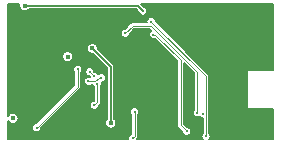
<source format=gbr>
G04 #@! TF.GenerationSoftware,KiCad,Pcbnew,(5.1.5-0-10_14)*
G04 #@! TF.CreationDate,2020-03-10T08:19:59-07:00*
G04 #@! TF.ProjectId,ARBO BT,4152424f-2042-4542-9e6b-696361645f70,rev?*
G04 #@! TF.SameCoordinates,Original*
G04 #@! TF.FileFunction,Copper,L3,Inr*
G04 #@! TF.FilePolarity,Positive*
%FSLAX46Y46*%
G04 Gerber Fmt 4.6, Leading zero omitted, Abs format (unit mm)*
G04 Created by KiCad (PCBNEW (5.1.5-0-10_14)) date 2020-03-10 08:19:59*
%MOMM*%
%LPD*%
G04 APERTURE LIST*
%ADD10C,0.279000*%
%ADD11C,0.450000*%
%ADD12C,0.127000*%
%ADD13C,0.076200*%
%ADD14C,0.200000*%
G04 APERTURE END LIST*
D10*
X139700000Y-81050000D03*
X132650000Y-72450000D03*
X130400000Y-72750000D03*
X127200000Y-73100000D03*
X124450000Y-81950000D03*
X140750000Y-73050000D03*
X139800000Y-74850000D03*
X139350000Y-76850000D03*
X141000000Y-79950000D03*
X138250000Y-79450000D03*
X138950000Y-81950000D03*
X130550000Y-80850000D03*
D11*
X127796669Y-78768509D03*
X130320000Y-75530000D03*
X131880002Y-81840000D03*
X123600000Y-81450000D03*
D10*
X134600000Y-72350000D03*
D11*
X124600028Y-71900000D03*
X128226983Y-76211120D03*
D10*
X135500000Y-74350000D03*
X138300000Y-82550000D03*
X139950000Y-82950000D03*
X135301055Y-73251055D03*
X133900000Y-80900000D03*
X133750000Y-83130000D03*
X131100002Y-78000000D03*
X130000000Y-78300000D03*
X130500000Y-77900000D03*
X130100000Y-77500000D03*
X130500000Y-80350000D03*
X130750000Y-78550000D03*
X129100000Y-77300010D03*
X125600000Y-82250000D03*
X133100000Y-74250000D03*
X139200000Y-80950000D03*
D12*
X131880002Y-77090002D02*
X131880002Y-81521802D01*
X130320000Y-75530000D02*
X131880002Y-77090002D01*
X131880002Y-81521802D02*
X131880002Y-81840000D01*
X124610028Y-71910000D02*
X124600028Y-71900000D01*
X134160000Y-71910000D02*
X124610028Y-71910000D01*
X134600000Y-72350000D02*
X134160000Y-71910000D01*
D13*
X137800000Y-82050000D02*
X138300000Y-82550000D01*
X137800000Y-76510000D02*
X137800000Y-82050000D01*
X135640000Y-74350000D02*
X137800000Y-76510000D01*
X135500000Y-74350000D02*
X135640000Y-74350000D01*
X139950000Y-82950000D02*
X139950000Y-77900000D01*
X139950000Y-77900000D02*
X135301055Y-73251055D01*
X133900000Y-82980000D02*
X133750000Y-83130000D01*
X133900000Y-80900000D02*
X133900000Y-82980000D01*
X130550000Y-78300000D02*
X130000000Y-78300000D01*
X130850000Y-78000000D02*
X130550000Y-78300000D01*
X131100002Y-78000000D02*
X130850000Y-78000000D01*
X130500000Y-77900000D02*
X130100000Y-77500000D01*
X130750000Y-80100000D02*
X130500000Y-80350000D01*
X130750000Y-78550000D02*
X130750000Y-80100000D01*
X129100000Y-77300010D02*
X129100000Y-78750000D01*
X129100000Y-78750000D02*
X125600000Y-82250000D01*
X139200000Y-77500000D02*
X139200000Y-80950000D01*
X135300000Y-73600000D02*
X139200000Y-77500000D01*
X133750000Y-73600000D02*
X135300000Y-73600000D01*
X133100000Y-74250000D02*
X133750000Y-73600000D01*
D14*
G36*
X124125028Y-71853217D02*
G01*
X124125028Y-71946783D01*
X124143282Y-72038552D01*
X124179089Y-72124997D01*
X124231072Y-72202795D01*
X124297233Y-72268956D01*
X124375031Y-72320939D01*
X124461476Y-72356746D01*
X124553245Y-72375000D01*
X124646811Y-72375000D01*
X124738580Y-72356746D01*
X124825025Y-72320939D01*
X124902823Y-72268956D01*
X124948279Y-72223500D01*
X134030145Y-72223500D01*
X134214347Y-72407703D01*
X134225468Y-72463613D01*
X134254829Y-72534498D01*
X134297455Y-72598292D01*
X134351708Y-72652545D01*
X134415502Y-72695171D01*
X134486387Y-72724532D01*
X134561638Y-72739500D01*
X134638362Y-72739500D01*
X134713613Y-72724532D01*
X134784498Y-72695171D01*
X134848292Y-72652545D01*
X134902545Y-72598292D01*
X134945171Y-72534498D01*
X134974532Y-72463613D01*
X134989500Y-72388362D01*
X134989500Y-72311638D01*
X134974532Y-72236387D01*
X134945171Y-72165502D01*
X134902545Y-72101708D01*
X134848292Y-72047455D01*
X134784498Y-72004829D01*
X134713613Y-71975468D01*
X134657703Y-71964347D01*
X134468355Y-71775000D01*
X145625001Y-71775000D01*
X145625001Y-77350000D01*
X143500000Y-77350000D01*
X143480491Y-77351921D01*
X143461732Y-77357612D01*
X143444443Y-77366853D01*
X143429289Y-77379289D01*
X143416853Y-77394443D01*
X143407612Y-77411732D01*
X143401921Y-77430491D01*
X143400000Y-77450000D01*
X143400000Y-80550000D01*
X143401921Y-80569509D01*
X143407612Y-80588268D01*
X143416853Y-80605557D01*
X143429289Y-80620711D01*
X143444443Y-80633147D01*
X143461732Y-80642388D01*
X143480491Y-80648079D01*
X143500000Y-80650000D01*
X145625000Y-80650000D01*
X145625000Y-83225000D01*
X140225837Y-83225000D01*
X140252545Y-83198292D01*
X140295171Y-83134498D01*
X140324532Y-83063613D01*
X140339500Y-82988362D01*
X140339500Y-82911638D01*
X140324532Y-82836387D01*
X140295171Y-82765502D01*
X140252545Y-82701708D01*
X140238100Y-82687263D01*
X140238100Y-77914134D01*
X140239492Y-77899999D01*
X140238100Y-77885865D01*
X140238100Y-77885858D01*
X140233930Y-77843523D01*
X140232609Y-77839166D01*
X140221500Y-77802545D01*
X140217457Y-77789216D01*
X140190705Y-77739166D01*
X140169819Y-77713717D01*
X140163717Y-77706282D01*
X140163715Y-77706280D01*
X140154702Y-77695298D01*
X140143720Y-77686285D01*
X135690555Y-73233121D01*
X135690555Y-73212693D01*
X135675587Y-73137442D01*
X135646226Y-73066557D01*
X135603600Y-73002763D01*
X135549347Y-72948510D01*
X135485553Y-72905884D01*
X135414668Y-72876523D01*
X135339417Y-72861555D01*
X135262693Y-72861555D01*
X135187442Y-72876523D01*
X135116557Y-72905884D01*
X135052763Y-72948510D01*
X134998510Y-73002763D01*
X134955884Y-73066557D01*
X134926523Y-73137442D01*
X134911555Y-73212693D01*
X134911555Y-73289417D01*
X134916027Y-73311900D01*
X133764137Y-73311900D01*
X133750000Y-73310508D01*
X133735863Y-73311900D01*
X133735858Y-73311900D01*
X133723259Y-73313141D01*
X133693522Y-73316069D01*
X133658132Y-73326805D01*
X133639216Y-73332543D01*
X133589166Y-73359295D01*
X133545298Y-73395298D01*
X133536285Y-73406281D01*
X133082066Y-73860500D01*
X133061638Y-73860500D01*
X132986387Y-73875468D01*
X132915502Y-73904829D01*
X132851708Y-73947455D01*
X132797455Y-74001708D01*
X132754829Y-74065502D01*
X132725468Y-74136387D01*
X132710500Y-74211638D01*
X132710500Y-74288362D01*
X132725468Y-74363613D01*
X132754829Y-74434498D01*
X132797455Y-74498292D01*
X132851708Y-74552545D01*
X132915502Y-74595171D01*
X132986387Y-74624532D01*
X133061638Y-74639500D01*
X133138362Y-74639500D01*
X133213613Y-74624532D01*
X133284498Y-74595171D01*
X133348292Y-74552545D01*
X133402545Y-74498292D01*
X133445171Y-74434498D01*
X133474532Y-74363613D01*
X133489500Y-74288362D01*
X133489500Y-74267934D01*
X133869335Y-73888100D01*
X135180666Y-73888100D01*
X135304648Y-74012082D01*
X135251708Y-74047455D01*
X135197455Y-74101708D01*
X135154829Y-74165502D01*
X135125468Y-74236387D01*
X135110500Y-74311638D01*
X135110500Y-74388362D01*
X135125468Y-74463613D01*
X135154829Y-74534498D01*
X135197455Y-74598292D01*
X135251708Y-74652545D01*
X135315502Y-74695171D01*
X135386387Y-74724532D01*
X135461638Y-74739500D01*
X135538362Y-74739500D01*
X135608179Y-74725613D01*
X137511900Y-76629335D01*
X137511901Y-82035855D01*
X137510508Y-82050000D01*
X137516070Y-82106477D01*
X137527087Y-82142795D01*
X137532544Y-82160784D01*
X137559296Y-82210834D01*
X137595299Y-82254702D01*
X137606281Y-82263715D01*
X137910500Y-82567935D01*
X137910500Y-82588362D01*
X137925468Y-82663613D01*
X137954829Y-82734498D01*
X137997455Y-82798292D01*
X138051708Y-82852545D01*
X138115502Y-82895171D01*
X138186387Y-82924532D01*
X138261638Y-82939500D01*
X138338362Y-82939500D01*
X138413613Y-82924532D01*
X138484498Y-82895171D01*
X138548292Y-82852545D01*
X138602545Y-82798292D01*
X138645171Y-82734498D01*
X138674532Y-82663613D01*
X138689500Y-82588362D01*
X138689500Y-82511638D01*
X138674532Y-82436387D01*
X138645171Y-82365502D01*
X138602545Y-82301708D01*
X138548292Y-82247455D01*
X138484498Y-82204829D01*
X138413613Y-82175468D01*
X138338362Y-82160500D01*
X138317935Y-82160500D01*
X138088100Y-81930666D01*
X138088100Y-76795535D01*
X138911900Y-77619335D01*
X138911901Y-80687262D01*
X138897455Y-80701708D01*
X138854829Y-80765502D01*
X138825468Y-80836387D01*
X138810500Y-80911638D01*
X138810500Y-80988362D01*
X138825468Y-81063613D01*
X138854829Y-81134498D01*
X138897455Y-81198292D01*
X138951708Y-81252545D01*
X139015502Y-81295171D01*
X139086387Y-81324532D01*
X139161638Y-81339500D01*
X139238362Y-81339500D01*
X139313613Y-81324532D01*
X139384498Y-81295171D01*
X139392014Y-81290149D01*
X139397455Y-81298292D01*
X139451708Y-81352545D01*
X139515502Y-81395171D01*
X139586387Y-81424532D01*
X139661638Y-81439500D01*
X139661900Y-81439500D01*
X139661900Y-82687263D01*
X139647455Y-82701708D01*
X139604829Y-82765502D01*
X139575468Y-82836387D01*
X139560500Y-82911638D01*
X139560500Y-82988362D01*
X139575468Y-83063613D01*
X139604829Y-83134498D01*
X139647455Y-83198292D01*
X139674163Y-83225000D01*
X134128234Y-83225000D01*
X134139500Y-83168362D01*
X134139500Y-83142302D01*
X134140705Y-83140834D01*
X134167457Y-83090784D01*
X134183930Y-83036477D01*
X134188100Y-82994142D01*
X134188100Y-82994135D01*
X134189492Y-82980001D01*
X134188100Y-82965866D01*
X134188100Y-81162737D01*
X134202545Y-81148292D01*
X134245171Y-81084498D01*
X134274532Y-81013613D01*
X134289500Y-80938362D01*
X134289500Y-80861638D01*
X134274532Y-80786387D01*
X134245171Y-80715502D01*
X134202545Y-80651708D01*
X134148292Y-80597455D01*
X134084498Y-80554829D01*
X134013613Y-80525468D01*
X133938362Y-80510500D01*
X133861638Y-80510500D01*
X133786387Y-80525468D01*
X133715502Y-80554829D01*
X133651708Y-80597455D01*
X133597455Y-80651708D01*
X133554829Y-80715502D01*
X133525468Y-80786387D01*
X133510500Y-80861638D01*
X133510500Y-80938362D01*
X133525468Y-81013613D01*
X133554829Y-81084498D01*
X133597455Y-81148292D01*
X133611900Y-81162737D01*
X133611901Y-82765610D01*
X133565502Y-82784829D01*
X133501708Y-82827455D01*
X133447455Y-82881708D01*
X133404829Y-82945502D01*
X133375468Y-83016387D01*
X133360500Y-83091638D01*
X133360500Y-83168362D01*
X133371766Y-83225000D01*
X123175000Y-83225000D01*
X123175000Y-82211638D01*
X125210500Y-82211638D01*
X125210500Y-82288362D01*
X125225468Y-82363613D01*
X125254829Y-82434498D01*
X125297455Y-82498292D01*
X125351708Y-82552545D01*
X125415502Y-82595171D01*
X125486387Y-82624532D01*
X125561638Y-82639500D01*
X125638362Y-82639500D01*
X125713613Y-82624532D01*
X125784498Y-82595171D01*
X125848292Y-82552545D01*
X125902545Y-82498292D01*
X125945171Y-82434498D01*
X125974532Y-82363613D01*
X125989500Y-82288362D01*
X125989500Y-82267934D01*
X129293720Y-78963715D01*
X129304702Y-78954702D01*
X129340705Y-78910834D01*
X129367457Y-78860784D01*
X129383930Y-78806477D01*
X129388100Y-78764142D01*
X129388100Y-78764135D01*
X129389492Y-78750001D01*
X129388100Y-78735867D01*
X129388100Y-78261638D01*
X129610500Y-78261638D01*
X129610500Y-78338362D01*
X129625468Y-78413613D01*
X129654829Y-78484498D01*
X129697455Y-78548292D01*
X129751708Y-78602545D01*
X129815502Y-78645171D01*
X129886387Y-78674532D01*
X129961638Y-78689500D01*
X130038362Y-78689500D01*
X130113613Y-78674532D01*
X130184498Y-78645171D01*
X130248292Y-78602545D01*
X130262737Y-78588100D01*
X130360500Y-78588100D01*
X130360500Y-78588362D01*
X130375468Y-78663613D01*
X130404829Y-78734498D01*
X130447455Y-78798292D01*
X130461900Y-78812737D01*
X130461901Y-79960500D01*
X130461638Y-79960500D01*
X130386387Y-79975468D01*
X130315502Y-80004829D01*
X130251708Y-80047455D01*
X130197455Y-80101708D01*
X130154829Y-80165502D01*
X130125468Y-80236387D01*
X130110500Y-80311638D01*
X130110500Y-80388362D01*
X130125468Y-80463613D01*
X130154829Y-80534498D01*
X130197455Y-80598292D01*
X130251708Y-80652545D01*
X130315502Y-80695171D01*
X130386387Y-80724532D01*
X130461638Y-80739500D01*
X130538362Y-80739500D01*
X130613613Y-80724532D01*
X130684498Y-80695171D01*
X130748292Y-80652545D01*
X130802545Y-80598292D01*
X130845171Y-80534498D01*
X130874532Y-80463613D01*
X130889500Y-80388362D01*
X130889500Y-80367935D01*
X130943719Y-80313716D01*
X130954702Y-80304702D01*
X130990705Y-80260834D01*
X131017457Y-80210784D01*
X131028933Y-80172951D01*
X131033930Y-80156478D01*
X131034485Y-80150847D01*
X131038100Y-80114142D01*
X131038100Y-80114135D01*
X131039492Y-80100001D01*
X131038100Y-80085866D01*
X131038100Y-78812737D01*
X131052545Y-78798292D01*
X131095171Y-78734498D01*
X131124532Y-78663613D01*
X131139500Y-78588362D01*
X131139500Y-78511638D01*
X131124532Y-78436387D01*
X131105111Y-78389500D01*
X131138364Y-78389500D01*
X131213615Y-78374532D01*
X131284500Y-78345171D01*
X131348294Y-78302545D01*
X131402547Y-78248292D01*
X131445173Y-78184498D01*
X131474534Y-78113613D01*
X131489502Y-78038362D01*
X131489502Y-77961638D01*
X131474534Y-77886387D01*
X131445173Y-77815502D01*
X131402547Y-77751708D01*
X131348294Y-77697455D01*
X131284500Y-77654829D01*
X131213615Y-77625468D01*
X131138364Y-77610500D01*
X131061640Y-77610500D01*
X130986389Y-77625468D01*
X130915504Y-77654829D01*
X130851710Y-77697455D01*
X130840562Y-77708603D01*
X130802545Y-77651708D01*
X130748292Y-77597455D01*
X130684498Y-77554829D01*
X130613613Y-77525468D01*
X130538362Y-77510500D01*
X130517935Y-77510500D01*
X130489500Y-77482066D01*
X130489500Y-77461638D01*
X130474532Y-77386387D01*
X130445171Y-77315502D01*
X130402545Y-77251708D01*
X130348292Y-77197455D01*
X130284498Y-77154829D01*
X130213613Y-77125468D01*
X130138362Y-77110500D01*
X130061638Y-77110500D01*
X129986387Y-77125468D01*
X129915502Y-77154829D01*
X129851708Y-77197455D01*
X129797455Y-77251708D01*
X129754829Y-77315502D01*
X129725468Y-77386387D01*
X129710500Y-77461638D01*
X129710500Y-77538362D01*
X129725468Y-77613613D01*
X129754829Y-77684498D01*
X129797455Y-77748292D01*
X129851708Y-77802545D01*
X129915502Y-77845171D01*
X129986387Y-77874532D01*
X130061638Y-77889500D01*
X130082066Y-77889500D01*
X130110500Y-77917935D01*
X130110500Y-77924849D01*
X130038362Y-77910500D01*
X129961638Y-77910500D01*
X129886387Y-77925468D01*
X129815502Y-77954829D01*
X129751708Y-77997455D01*
X129697455Y-78051708D01*
X129654829Y-78115502D01*
X129625468Y-78186387D01*
X129610500Y-78261638D01*
X129388100Y-78261638D01*
X129388100Y-77562747D01*
X129402545Y-77548302D01*
X129445171Y-77484508D01*
X129474532Y-77413623D01*
X129489500Y-77338372D01*
X129489500Y-77261648D01*
X129474532Y-77186397D01*
X129445171Y-77115512D01*
X129402545Y-77051718D01*
X129348292Y-76997465D01*
X129284498Y-76954839D01*
X129213613Y-76925478D01*
X129138362Y-76910510D01*
X129061638Y-76910510D01*
X128986387Y-76925478D01*
X128915502Y-76954839D01*
X128851708Y-76997465D01*
X128797455Y-77051718D01*
X128754829Y-77115512D01*
X128725468Y-77186397D01*
X128710500Y-77261648D01*
X128710500Y-77338372D01*
X128725468Y-77413623D01*
X128754829Y-77484508D01*
X128797455Y-77548302D01*
X128811900Y-77562747D01*
X128811901Y-78630664D01*
X125582066Y-81860500D01*
X125561638Y-81860500D01*
X125486387Y-81875468D01*
X125415502Y-81904829D01*
X125351708Y-81947455D01*
X125297455Y-82001708D01*
X125254829Y-82065502D01*
X125225468Y-82136387D01*
X125210500Y-82211638D01*
X123175000Y-82211638D01*
X123175000Y-81665193D01*
X123179061Y-81674997D01*
X123231044Y-81752795D01*
X123297205Y-81818956D01*
X123375003Y-81870939D01*
X123461448Y-81906746D01*
X123553217Y-81925000D01*
X123646783Y-81925000D01*
X123738552Y-81906746D01*
X123824997Y-81870939D01*
X123902795Y-81818956D01*
X123968956Y-81752795D01*
X124020939Y-81674997D01*
X124056746Y-81588552D01*
X124075000Y-81496783D01*
X124075000Y-81403217D01*
X124056746Y-81311448D01*
X124020939Y-81225003D01*
X123968956Y-81147205D01*
X123902795Y-81081044D01*
X123824997Y-81029061D01*
X123738552Y-80993254D01*
X123646783Y-80975000D01*
X123553217Y-80975000D01*
X123461448Y-80993254D01*
X123375003Y-81029061D01*
X123297205Y-81081044D01*
X123231044Y-81147205D01*
X123179061Y-81225003D01*
X123175000Y-81234807D01*
X123175000Y-76164337D01*
X127751983Y-76164337D01*
X127751983Y-76257903D01*
X127770237Y-76349672D01*
X127806044Y-76436117D01*
X127858027Y-76513915D01*
X127924188Y-76580076D01*
X128001986Y-76632059D01*
X128088431Y-76667866D01*
X128180200Y-76686120D01*
X128273766Y-76686120D01*
X128365535Y-76667866D01*
X128451980Y-76632059D01*
X128529778Y-76580076D01*
X128595939Y-76513915D01*
X128647922Y-76436117D01*
X128683729Y-76349672D01*
X128701983Y-76257903D01*
X128701983Y-76164337D01*
X128683729Y-76072568D01*
X128647922Y-75986123D01*
X128595939Y-75908325D01*
X128529778Y-75842164D01*
X128451980Y-75790181D01*
X128365535Y-75754374D01*
X128273766Y-75736120D01*
X128180200Y-75736120D01*
X128088431Y-75754374D01*
X128001986Y-75790181D01*
X127924188Y-75842164D01*
X127858027Y-75908325D01*
X127806044Y-75986123D01*
X127770237Y-76072568D01*
X127751983Y-76164337D01*
X123175000Y-76164337D01*
X123175000Y-75483217D01*
X129845000Y-75483217D01*
X129845000Y-75576783D01*
X129863254Y-75668552D01*
X129899061Y-75754997D01*
X129951044Y-75832795D01*
X130017205Y-75898956D01*
X130095003Y-75950939D01*
X130181448Y-75986746D01*
X130273217Y-76005000D01*
X130351645Y-76005000D01*
X131566502Y-77219858D01*
X131566503Y-81481748D01*
X131511046Y-81537205D01*
X131459063Y-81615003D01*
X131423256Y-81701448D01*
X131405002Y-81793217D01*
X131405002Y-81886783D01*
X131423256Y-81978552D01*
X131459063Y-82064997D01*
X131511046Y-82142795D01*
X131577207Y-82208956D01*
X131655005Y-82260939D01*
X131741450Y-82296746D01*
X131833219Y-82315000D01*
X131926785Y-82315000D01*
X132018554Y-82296746D01*
X132104999Y-82260939D01*
X132182797Y-82208956D01*
X132248958Y-82142795D01*
X132300941Y-82064997D01*
X132336748Y-81978552D01*
X132355002Y-81886783D01*
X132355002Y-81793217D01*
X132336748Y-81701448D01*
X132300941Y-81615003D01*
X132248958Y-81537205D01*
X132193502Y-81481749D01*
X132193502Y-77105394D01*
X132195018Y-77090002D01*
X132188965Y-77028545D01*
X132171039Y-76969452D01*
X132171039Y-76969451D01*
X132141928Y-76914988D01*
X132102752Y-76867252D01*
X132090797Y-76857441D01*
X130795000Y-75561645D01*
X130795000Y-75483217D01*
X130776746Y-75391448D01*
X130740939Y-75305003D01*
X130688956Y-75227205D01*
X130622795Y-75161044D01*
X130544997Y-75109061D01*
X130458552Y-75073254D01*
X130366783Y-75055000D01*
X130273217Y-75055000D01*
X130181448Y-75073254D01*
X130095003Y-75109061D01*
X130017205Y-75161044D01*
X129951044Y-75227205D01*
X129899061Y-75305003D01*
X129863254Y-75391448D01*
X129845000Y-75483217D01*
X123175000Y-75483217D01*
X123175000Y-71775000D01*
X124140586Y-71775000D01*
X124125028Y-71853217D01*
G37*
X124125028Y-71853217D02*
X124125028Y-71946783D01*
X124143282Y-72038552D01*
X124179089Y-72124997D01*
X124231072Y-72202795D01*
X124297233Y-72268956D01*
X124375031Y-72320939D01*
X124461476Y-72356746D01*
X124553245Y-72375000D01*
X124646811Y-72375000D01*
X124738580Y-72356746D01*
X124825025Y-72320939D01*
X124902823Y-72268956D01*
X124948279Y-72223500D01*
X134030145Y-72223500D01*
X134214347Y-72407703D01*
X134225468Y-72463613D01*
X134254829Y-72534498D01*
X134297455Y-72598292D01*
X134351708Y-72652545D01*
X134415502Y-72695171D01*
X134486387Y-72724532D01*
X134561638Y-72739500D01*
X134638362Y-72739500D01*
X134713613Y-72724532D01*
X134784498Y-72695171D01*
X134848292Y-72652545D01*
X134902545Y-72598292D01*
X134945171Y-72534498D01*
X134974532Y-72463613D01*
X134989500Y-72388362D01*
X134989500Y-72311638D01*
X134974532Y-72236387D01*
X134945171Y-72165502D01*
X134902545Y-72101708D01*
X134848292Y-72047455D01*
X134784498Y-72004829D01*
X134713613Y-71975468D01*
X134657703Y-71964347D01*
X134468355Y-71775000D01*
X145625001Y-71775000D01*
X145625001Y-77350000D01*
X143500000Y-77350000D01*
X143480491Y-77351921D01*
X143461732Y-77357612D01*
X143444443Y-77366853D01*
X143429289Y-77379289D01*
X143416853Y-77394443D01*
X143407612Y-77411732D01*
X143401921Y-77430491D01*
X143400000Y-77450000D01*
X143400000Y-80550000D01*
X143401921Y-80569509D01*
X143407612Y-80588268D01*
X143416853Y-80605557D01*
X143429289Y-80620711D01*
X143444443Y-80633147D01*
X143461732Y-80642388D01*
X143480491Y-80648079D01*
X143500000Y-80650000D01*
X145625000Y-80650000D01*
X145625000Y-83225000D01*
X140225837Y-83225000D01*
X140252545Y-83198292D01*
X140295171Y-83134498D01*
X140324532Y-83063613D01*
X140339500Y-82988362D01*
X140339500Y-82911638D01*
X140324532Y-82836387D01*
X140295171Y-82765502D01*
X140252545Y-82701708D01*
X140238100Y-82687263D01*
X140238100Y-77914134D01*
X140239492Y-77899999D01*
X140238100Y-77885865D01*
X140238100Y-77885858D01*
X140233930Y-77843523D01*
X140232609Y-77839166D01*
X140221500Y-77802545D01*
X140217457Y-77789216D01*
X140190705Y-77739166D01*
X140169819Y-77713717D01*
X140163717Y-77706282D01*
X140163715Y-77706280D01*
X140154702Y-77695298D01*
X140143720Y-77686285D01*
X135690555Y-73233121D01*
X135690555Y-73212693D01*
X135675587Y-73137442D01*
X135646226Y-73066557D01*
X135603600Y-73002763D01*
X135549347Y-72948510D01*
X135485553Y-72905884D01*
X135414668Y-72876523D01*
X135339417Y-72861555D01*
X135262693Y-72861555D01*
X135187442Y-72876523D01*
X135116557Y-72905884D01*
X135052763Y-72948510D01*
X134998510Y-73002763D01*
X134955884Y-73066557D01*
X134926523Y-73137442D01*
X134911555Y-73212693D01*
X134911555Y-73289417D01*
X134916027Y-73311900D01*
X133764137Y-73311900D01*
X133750000Y-73310508D01*
X133735863Y-73311900D01*
X133735858Y-73311900D01*
X133723259Y-73313141D01*
X133693522Y-73316069D01*
X133658132Y-73326805D01*
X133639216Y-73332543D01*
X133589166Y-73359295D01*
X133545298Y-73395298D01*
X133536285Y-73406281D01*
X133082066Y-73860500D01*
X133061638Y-73860500D01*
X132986387Y-73875468D01*
X132915502Y-73904829D01*
X132851708Y-73947455D01*
X132797455Y-74001708D01*
X132754829Y-74065502D01*
X132725468Y-74136387D01*
X132710500Y-74211638D01*
X132710500Y-74288362D01*
X132725468Y-74363613D01*
X132754829Y-74434498D01*
X132797455Y-74498292D01*
X132851708Y-74552545D01*
X132915502Y-74595171D01*
X132986387Y-74624532D01*
X133061638Y-74639500D01*
X133138362Y-74639500D01*
X133213613Y-74624532D01*
X133284498Y-74595171D01*
X133348292Y-74552545D01*
X133402545Y-74498292D01*
X133445171Y-74434498D01*
X133474532Y-74363613D01*
X133489500Y-74288362D01*
X133489500Y-74267934D01*
X133869335Y-73888100D01*
X135180666Y-73888100D01*
X135304648Y-74012082D01*
X135251708Y-74047455D01*
X135197455Y-74101708D01*
X135154829Y-74165502D01*
X135125468Y-74236387D01*
X135110500Y-74311638D01*
X135110500Y-74388362D01*
X135125468Y-74463613D01*
X135154829Y-74534498D01*
X135197455Y-74598292D01*
X135251708Y-74652545D01*
X135315502Y-74695171D01*
X135386387Y-74724532D01*
X135461638Y-74739500D01*
X135538362Y-74739500D01*
X135608179Y-74725613D01*
X137511900Y-76629335D01*
X137511901Y-82035855D01*
X137510508Y-82050000D01*
X137516070Y-82106477D01*
X137527087Y-82142795D01*
X137532544Y-82160784D01*
X137559296Y-82210834D01*
X137595299Y-82254702D01*
X137606281Y-82263715D01*
X137910500Y-82567935D01*
X137910500Y-82588362D01*
X137925468Y-82663613D01*
X137954829Y-82734498D01*
X137997455Y-82798292D01*
X138051708Y-82852545D01*
X138115502Y-82895171D01*
X138186387Y-82924532D01*
X138261638Y-82939500D01*
X138338362Y-82939500D01*
X138413613Y-82924532D01*
X138484498Y-82895171D01*
X138548292Y-82852545D01*
X138602545Y-82798292D01*
X138645171Y-82734498D01*
X138674532Y-82663613D01*
X138689500Y-82588362D01*
X138689500Y-82511638D01*
X138674532Y-82436387D01*
X138645171Y-82365502D01*
X138602545Y-82301708D01*
X138548292Y-82247455D01*
X138484498Y-82204829D01*
X138413613Y-82175468D01*
X138338362Y-82160500D01*
X138317935Y-82160500D01*
X138088100Y-81930666D01*
X138088100Y-76795535D01*
X138911900Y-77619335D01*
X138911901Y-80687262D01*
X138897455Y-80701708D01*
X138854829Y-80765502D01*
X138825468Y-80836387D01*
X138810500Y-80911638D01*
X138810500Y-80988362D01*
X138825468Y-81063613D01*
X138854829Y-81134498D01*
X138897455Y-81198292D01*
X138951708Y-81252545D01*
X139015502Y-81295171D01*
X139086387Y-81324532D01*
X139161638Y-81339500D01*
X139238362Y-81339500D01*
X139313613Y-81324532D01*
X139384498Y-81295171D01*
X139392014Y-81290149D01*
X139397455Y-81298292D01*
X139451708Y-81352545D01*
X139515502Y-81395171D01*
X139586387Y-81424532D01*
X139661638Y-81439500D01*
X139661900Y-81439500D01*
X139661900Y-82687263D01*
X139647455Y-82701708D01*
X139604829Y-82765502D01*
X139575468Y-82836387D01*
X139560500Y-82911638D01*
X139560500Y-82988362D01*
X139575468Y-83063613D01*
X139604829Y-83134498D01*
X139647455Y-83198292D01*
X139674163Y-83225000D01*
X134128234Y-83225000D01*
X134139500Y-83168362D01*
X134139500Y-83142302D01*
X134140705Y-83140834D01*
X134167457Y-83090784D01*
X134183930Y-83036477D01*
X134188100Y-82994142D01*
X134188100Y-82994135D01*
X134189492Y-82980001D01*
X134188100Y-82965866D01*
X134188100Y-81162737D01*
X134202545Y-81148292D01*
X134245171Y-81084498D01*
X134274532Y-81013613D01*
X134289500Y-80938362D01*
X134289500Y-80861638D01*
X134274532Y-80786387D01*
X134245171Y-80715502D01*
X134202545Y-80651708D01*
X134148292Y-80597455D01*
X134084498Y-80554829D01*
X134013613Y-80525468D01*
X133938362Y-80510500D01*
X133861638Y-80510500D01*
X133786387Y-80525468D01*
X133715502Y-80554829D01*
X133651708Y-80597455D01*
X133597455Y-80651708D01*
X133554829Y-80715502D01*
X133525468Y-80786387D01*
X133510500Y-80861638D01*
X133510500Y-80938362D01*
X133525468Y-81013613D01*
X133554829Y-81084498D01*
X133597455Y-81148292D01*
X133611900Y-81162737D01*
X133611901Y-82765610D01*
X133565502Y-82784829D01*
X133501708Y-82827455D01*
X133447455Y-82881708D01*
X133404829Y-82945502D01*
X133375468Y-83016387D01*
X133360500Y-83091638D01*
X133360500Y-83168362D01*
X133371766Y-83225000D01*
X123175000Y-83225000D01*
X123175000Y-82211638D01*
X125210500Y-82211638D01*
X125210500Y-82288362D01*
X125225468Y-82363613D01*
X125254829Y-82434498D01*
X125297455Y-82498292D01*
X125351708Y-82552545D01*
X125415502Y-82595171D01*
X125486387Y-82624532D01*
X125561638Y-82639500D01*
X125638362Y-82639500D01*
X125713613Y-82624532D01*
X125784498Y-82595171D01*
X125848292Y-82552545D01*
X125902545Y-82498292D01*
X125945171Y-82434498D01*
X125974532Y-82363613D01*
X125989500Y-82288362D01*
X125989500Y-82267934D01*
X129293720Y-78963715D01*
X129304702Y-78954702D01*
X129340705Y-78910834D01*
X129367457Y-78860784D01*
X129383930Y-78806477D01*
X129388100Y-78764142D01*
X129388100Y-78764135D01*
X129389492Y-78750001D01*
X129388100Y-78735867D01*
X129388100Y-78261638D01*
X129610500Y-78261638D01*
X129610500Y-78338362D01*
X129625468Y-78413613D01*
X129654829Y-78484498D01*
X129697455Y-78548292D01*
X129751708Y-78602545D01*
X129815502Y-78645171D01*
X129886387Y-78674532D01*
X129961638Y-78689500D01*
X130038362Y-78689500D01*
X130113613Y-78674532D01*
X130184498Y-78645171D01*
X130248292Y-78602545D01*
X130262737Y-78588100D01*
X130360500Y-78588100D01*
X130360500Y-78588362D01*
X130375468Y-78663613D01*
X130404829Y-78734498D01*
X130447455Y-78798292D01*
X130461900Y-78812737D01*
X130461901Y-79960500D01*
X130461638Y-79960500D01*
X130386387Y-79975468D01*
X130315502Y-80004829D01*
X130251708Y-80047455D01*
X130197455Y-80101708D01*
X130154829Y-80165502D01*
X130125468Y-80236387D01*
X130110500Y-80311638D01*
X130110500Y-80388362D01*
X130125468Y-80463613D01*
X130154829Y-80534498D01*
X130197455Y-80598292D01*
X130251708Y-80652545D01*
X130315502Y-80695171D01*
X130386387Y-80724532D01*
X130461638Y-80739500D01*
X130538362Y-80739500D01*
X130613613Y-80724532D01*
X130684498Y-80695171D01*
X130748292Y-80652545D01*
X130802545Y-80598292D01*
X130845171Y-80534498D01*
X130874532Y-80463613D01*
X130889500Y-80388362D01*
X130889500Y-80367935D01*
X130943719Y-80313716D01*
X130954702Y-80304702D01*
X130990705Y-80260834D01*
X131017457Y-80210784D01*
X131028933Y-80172951D01*
X131033930Y-80156478D01*
X131034485Y-80150847D01*
X131038100Y-80114142D01*
X131038100Y-80114135D01*
X131039492Y-80100001D01*
X131038100Y-80085866D01*
X131038100Y-78812737D01*
X131052545Y-78798292D01*
X131095171Y-78734498D01*
X131124532Y-78663613D01*
X131139500Y-78588362D01*
X131139500Y-78511638D01*
X131124532Y-78436387D01*
X131105111Y-78389500D01*
X131138364Y-78389500D01*
X131213615Y-78374532D01*
X131284500Y-78345171D01*
X131348294Y-78302545D01*
X131402547Y-78248292D01*
X131445173Y-78184498D01*
X131474534Y-78113613D01*
X131489502Y-78038362D01*
X131489502Y-77961638D01*
X131474534Y-77886387D01*
X131445173Y-77815502D01*
X131402547Y-77751708D01*
X131348294Y-77697455D01*
X131284500Y-77654829D01*
X131213615Y-77625468D01*
X131138364Y-77610500D01*
X131061640Y-77610500D01*
X130986389Y-77625468D01*
X130915504Y-77654829D01*
X130851710Y-77697455D01*
X130840562Y-77708603D01*
X130802545Y-77651708D01*
X130748292Y-77597455D01*
X130684498Y-77554829D01*
X130613613Y-77525468D01*
X130538362Y-77510500D01*
X130517935Y-77510500D01*
X130489500Y-77482066D01*
X130489500Y-77461638D01*
X130474532Y-77386387D01*
X130445171Y-77315502D01*
X130402545Y-77251708D01*
X130348292Y-77197455D01*
X130284498Y-77154829D01*
X130213613Y-77125468D01*
X130138362Y-77110500D01*
X130061638Y-77110500D01*
X129986387Y-77125468D01*
X129915502Y-77154829D01*
X129851708Y-77197455D01*
X129797455Y-77251708D01*
X129754829Y-77315502D01*
X129725468Y-77386387D01*
X129710500Y-77461638D01*
X129710500Y-77538362D01*
X129725468Y-77613613D01*
X129754829Y-77684498D01*
X129797455Y-77748292D01*
X129851708Y-77802545D01*
X129915502Y-77845171D01*
X129986387Y-77874532D01*
X130061638Y-77889500D01*
X130082066Y-77889500D01*
X130110500Y-77917935D01*
X130110500Y-77924849D01*
X130038362Y-77910500D01*
X129961638Y-77910500D01*
X129886387Y-77925468D01*
X129815502Y-77954829D01*
X129751708Y-77997455D01*
X129697455Y-78051708D01*
X129654829Y-78115502D01*
X129625468Y-78186387D01*
X129610500Y-78261638D01*
X129388100Y-78261638D01*
X129388100Y-77562747D01*
X129402545Y-77548302D01*
X129445171Y-77484508D01*
X129474532Y-77413623D01*
X129489500Y-77338372D01*
X129489500Y-77261648D01*
X129474532Y-77186397D01*
X129445171Y-77115512D01*
X129402545Y-77051718D01*
X129348292Y-76997465D01*
X129284498Y-76954839D01*
X129213613Y-76925478D01*
X129138362Y-76910510D01*
X129061638Y-76910510D01*
X128986387Y-76925478D01*
X128915502Y-76954839D01*
X128851708Y-76997465D01*
X128797455Y-77051718D01*
X128754829Y-77115512D01*
X128725468Y-77186397D01*
X128710500Y-77261648D01*
X128710500Y-77338372D01*
X128725468Y-77413623D01*
X128754829Y-77484508D01*
X128797455Y-77548302D01*
X128811900Y-77562747D01*
X128811901Y-78630664D01*
X125582066Y-81860500D01*
X125561638Y-81860500D01*
X125486387Y-81875468D01*
X125415502Y-81904829D01*
X125351708Y-81947455D01*
X125297455Y-82001708D01*
X125254829Y-82065502D01*
X125225468Y-82136387D01*
X125210500Y-82211638D01*
X123175000Y-82211638D01*
X123175000Y-81665193D01*
X123179061Y-81674997D01*
X123231044Y-81752795D01*
X123297205Y-81818956D01*
X123375003Y-81870939D01*
X123461448Y-81906746D01*
X123553217Y-81925000D01*
X123646783Y-81925000D01*
X123738552Y-81906746D01*
X123824997Y-81870939D01*
X123902795Y-81818956D01*
X123968956Y-81752795D01*
X124020939Y-81674997D01*
X124056746Y-81588552D01*
X124075000Y-81496783D01*
X124075000Y-81403217D01*
X124056746Y-81311448D01*
X124020939Y-81225003D01*
X123968956Y-81147205D01*
X123902795Y-81081044D01*
X123824997Y-81029061D01*
X123738552Y-80993254D01*
X123646783Y-80975000D01*
X123553217Y-80975000D01*
X123461448Y-80993254D01*
X123375003Y-81029061D01*
X123297205Y-81081044D01*
X123231044Y-81147205D01*
X123179061Y-81225003D01*
X123175000Y-81234807D01*
X123175000Y-76164337D01*
X127751983Y-76164337D01*
X127751983Y-76257903D01*
X127770237Y-76349672D01*
X127806044Y-76436117D01*
X127858027Y-76513915D01*
X127924188Y-76580076D01*
X128001986Y-76632059D01*
X128088431Y-76667866D01*
X128180200Y-76686120D01*
X128273766Y-76686120D01*
X128365535Y-76667866D01*
X128451980Y-76632059D01*
X128529778Y-76580076D01*
X128595939Y-76513915D01*
X128647922Y-76436117D01*
X128683729Y-76349672D01*
X128701983Y-76257903D01*
X128701983Y-76164337D01*
X128683729Y-76072568D01*
X128647922Y-75986123D01*
X128595939Y-75908325D01*
X128529778Y-75842164D01*
X128451980Y-75790181D01*
X128365535Y-75754374D01*
X128273766Y-75736120D01*
X128180200Y-75736120D01*
X128088431Y-75754374D01*
X128001986Y-75790181D01*
X127924188Y-75842164D01*
X127858027Y-75908325D01*
X127806044Y-75986123D01*
X127770237Y-76072568D01*
X127751983Y-76164337D01*
X123175000Y-76164337D01*
X123175000Y-75483217D01*
X129845000Y-75483217D01*
X129845000Y-75576783D01*
X129863254Y-75668552D01*
X129899061Y-75754997D01*
X129951044Y-75832795D01*
X130017205Y-75898956D01*
X130095003Y-75950939D01*
X130181448Y-75986746D01*
X130273217Y-76005000D01*
X130351645Y-76005000D01*
X131566502Y-77219858D01*
X131566503Y-81481748D01*
X131511046Y-81537205D01*
X131459063Y-81615003D01*
X131423256Y-81701448D01*
X131405002Y-81793217D01*
X131405002Y-81886783D01*
X131423256Y-81978552D01*
X131459063Y-82064997D01*
X131511046Y-82142795D01*
X131577207Y-82208956D01*
X131655005Y-82260939D01*
X131741450Y-82296746D01*
X131833219Y-82315000D01*
X131926785Y-82315000D01*
X132018554Y-82296746D01*
X132104999Y-82260939D01*
X132182797Y-82208956D01*
X132248958Y-82142795D01*
X132300941Y-82064997D01*
X132336748Y-81978552D01*
X132355002Y-81886783D01*
X132355002Y-81793217D01*
X132336748Y-81701448D01*
X132300941Y-81615003D01*
X132248958Y-81537205D01*
X132193502Y-81481749D01*
X132193502Y-77105394D01*
X132195018Y-77090002D01*
X132188965Y-77028545D01*
X132171039Y-76969452D01*
X132171039Y-76969451D01*
X132141928Y-76914988D01*
X132102752Y-76867252D01*
X132090797Y-76857441D01*
X130795000Y-75561645D01*
X130795000Y-75483217D01*
X130776746Y-75391448D01*
X130740939Y-75305003D01*
X130688956Y-75227205D01*
X130622795Y-75161044D01*
X130544997Y-75109061D01*
X130458552Y-75073254D01*
X130366783Y-75055000D01*
X130273217Y-75055000D01*
X130181448Y-75073254D01*
X130095003Y-75109061D01*
X130017205Y-75161044D01*
X129951044Y-75227205D01*
X129899061Y-75305003D01*
X129863254Y-75391448D01*
X129845000Y-75483217D01*
X123175000Y-75483217D01*
X123175000Y-71775000D01*
X124140586Y-71775000D01*
X124125028Y-71853217D01*
M02*

</source>
